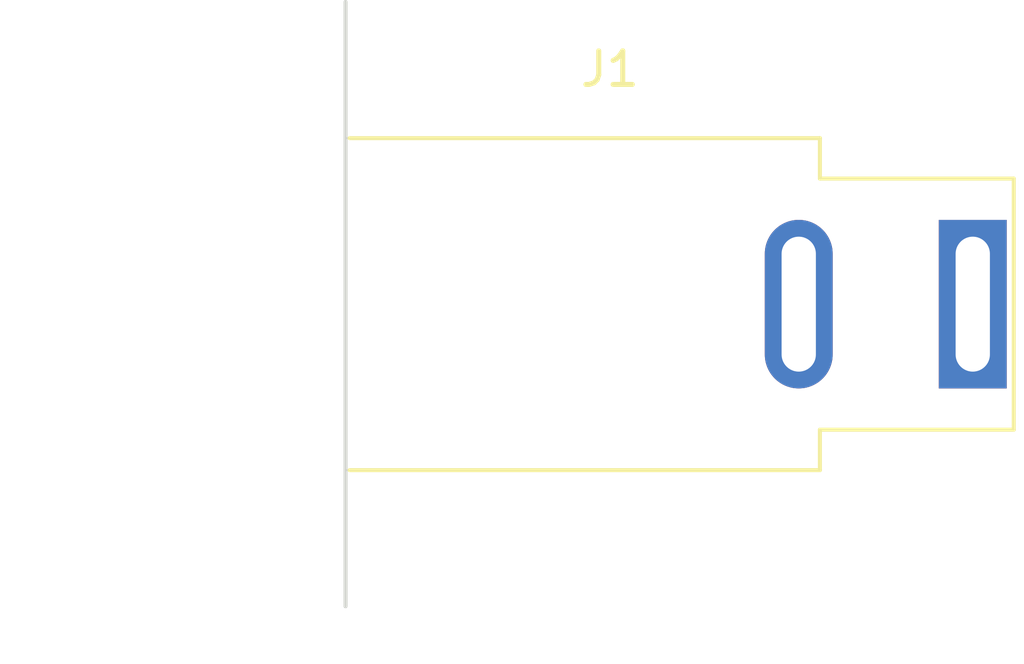
<source format=kicad_pcb>
(kicad_pcb (version 20211014) (generator pcbnew)
  (layers (0 "F.Cu" signal) (31 "B.Cu" signal) (34 "B.Paste" user) (35 "F.Paste" user) (36 "B.SilkS" user "B.Silkscreen") (37 "F.SilkS" user "F.Silkscreen") (38 "B.Mask" user) (39 "F.Mask" user) (44 "Edge.Cuts" user))
  (net 0 "")
  (footprint "Connector_BarrelJack:BarrelJack_SwitchcraftConxall_RAPC10U_Horizontal" (layer "F.Cu") (at 161.417 105.029)
    (fp_text reference "J1" (at -10.8 -7) (layer "F.SilkS"))
    (fp_text value "Barrel_Jack")
    (fp_line (start -4.55 -3.74) (end -4.55 -4.945) (layer "F.SilkS") (width 0.12))
    (fp_line (start -4.55 3.74) (end 1.22 3.74) (layer "F.SilkS") (width 0.12))
    (fp_line (start -4.55 4.945) (end -4.55 3.74) (layer "F.SilkS") (width 0.12))
    (fp_line (start -18.55 4.945) (end -4.55 4.945) (layer "F.SilkS") (width 0.12))
    (fp_line (start 1.22 -3.74) (end -4.55 -3.74) (layer "F.SilkS") (width 0.12))
    (fp_line (start -4.55 -4.945) (end -18.55 -4.945) (layer "F.SilkS") (width 0.12))
    (fp_line (start 1.22 3.74) (end 1.22 -3.74) (layer "F.SilkS") (width 0.12))
    (fp_line (start -18.67 -9) (end -18.67 9) (layer "Edge.Cuts") (width 0.12))
    (pad "1" thru_hole rect (at 0 0) (size 2.02 5.02) (drill oval 1.02 4.02) (layers *.Cu *.Mask))
    (pad "2" thru_hole oval (at -5.18 0) (size 2.02 5.02) (drill oval 1.02 4.02) (layers *.Cu *.Mask))
  )
)
</source>
